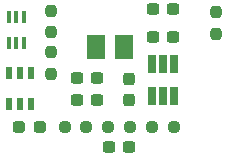
<source format=gbp>
G04 #@! TF.GenerationSoftware,KiCad,Pcbnew,(6.0.11)*
G04 #@! TF.CreationDate,2023-03-04T17:47:10+01:00*
G04 #@! TF.ProjectId,ATMEGA328P_AU_BreadboardAdapter,41544d45-4741-4333-9238-505f41555f42,rev?*
G04 #@! TF.SameCoordinates,Original*
G04 #@! TF.FileFunction,Paste,Bot*
G04 #@! TF.FilePolarity,Positive*
%FSLAX46Y46*%
G04 Gerber Fmt 4.6, Leading zero omitted, Abs format (unit mm)*
G04 Created by KiCad (PCBNEW (6.0.11)) date 2023-03-04 17:47:10*
%MOMM*%
%LPD*%
G01*
G04 APERTURE LIST*
G04 Aperture macros list*
%AMRoundRect*
0 Rectangle with rounded corners*
0 $1 Rounding radius*
0 $2 $3 $4 $5 $6 $7 $8 $9 X,Y pos of 4 corners*
0 Add a 4 corners polygon primitive as box body*
4,1,4,$2,$3,$4,$5,$6,$7,$8,$9,$2,$3,0*
0 Add four circle primitives for the rounded corners*
1,1,$1+$1,$2,$3*
1,1,$1+$1,$4,$5*
1,1,$1+$1,$6,$7*
1,1,$1+$1,$8,$9*
0 Add four rect primitives between the rounded corners*
20,1,$1+$1,$2,$3,$4,$5,0*
20,1,$1+$1,$4,$5,$6,$7,0*
20,1,$1+$1,$6,$7,$8,$9,0*
20,1,$1+$1,$8,$9,$2,$3,0*%
G04 Aperture macros list end*
%ADD10R,1.650000X2.000000*%
%ADD11R,0.400000X1.000000*%
%ADD12R,0.650000X1.560000*%
%ADD13RoundRect,0.237500X-0.237500X0.250000X-0.237500X-0.250000X0.237500X-0.250000X0.237500X0.250000X0*%
%ADD14RoundRect,0.237500X0.250000X0.237500X-0.250000X0.237500X-0.250000X-0.237500X0.250000X-0.237500X0*%
%ADD15RoundRect,0.237500X0.237500X-0.250000X0.237500X0.250000X-0.237500X0.250000X-0.237500X-0.250000X0*%
%ADD16RoundRect,0.237500X-0.250000X-0.237500X0.250000X-0.237500X0.250000X0.237500X-0.250000X0.237500X0*%
%ADD17R,0.550000X1.050000*%
%ADD18RoundRect,0.237500X0.287500X0.237500X-0.287500X0.237500X-0.287500X-0.237500X0.287500X-0.237500X0*%
%ADD19RoundRect,0.237500X0.300000X0.237500X-0.300000X0.237500X-0.300000X-0.237500X0.300000X-0.237500X0*%
%ADD20RoundRect,0.237500X-0.300000X-0.237500X0.300000X-0.237500X0.300000X0.237500X-0.300000X0.237500X0*%
%ADD21RoundRect,0.237500X-0.237500X0.300000X-0.237500X-0.300000X0.237500X-0.300000X0.237500X0.300000X0*%
G04 APERTURE END LIST*
D10*
X186675000Y-79150000D03*
X184325000Y-79150000D03*
D11*
X178250000Y-78800000D03*
X177600000Y-78800000D03*
X176950000Y-78800000D03*
X176950000Y-76600000D03*
X177600000Y-76600000D03*
X178250000Y-76600000D03*
D12*
X189050000Y-80550000D03*
X190000000Y-80550000D03*
X190950000Y-80550000D03*
X190950000Y-83250000D03*
X190000000Y-83250000D03*
X189050000Y-83250000D03*
D13*
X180550000Y-81362500D03*
X180550000Y-79537500D03*
X180550000Y-77862500D03*
X180550000Y-76037500D03*
D14*
X189087500Y-85900000D03*
X190912500Y-85900000D03*
D15*
X194500000Y-77987500D03*
X194500000Y-76162500D03*
D16*
X185387500Y-85900000D03*
X187212500Y-85900000D03*
X183512500Y-85900000D03*
X181687500Y-85900000D03*
D17*
X176950000Y-81350000D03*
X177900000Y-81350000D03*
X178850000Y-81350000D03*
X178850000Y-83950000D03*
X177900000Y-83950000D03*
X176950000Y-83950000D03*
D18*
X179575000Y-85900000D03*
X177825000Y-85900000D03*
D19*
X185437500Y-87550000D03*
X187162500Y-87550000D03*
D20*
X190862500Y-78300000D03*
X189137500Y-78300000D03*
X190862500Y-75900000D03*
X189137500Y-75900000D03*
D19*
X184462500Y-81700000D03*
X182737500Y-81700000D03*
X182737500Y-83600000D03*
X184462500Y-83600000D03*
D21*
X187100000Y-81837500D03*
X187100000Y-83562500D03*
M02*

</source>
